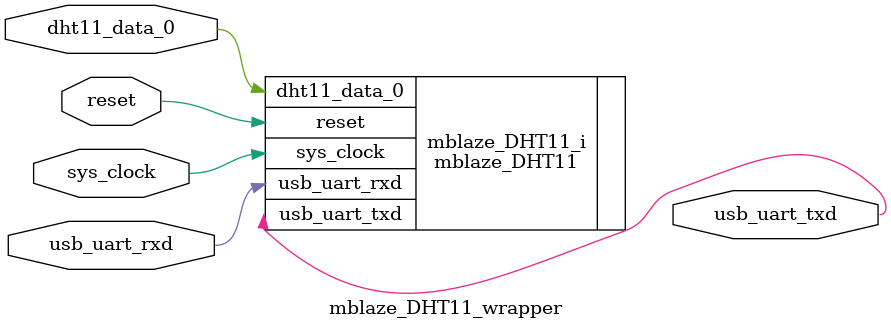
<source format=v>
`timescale 1 ps / 1 ps

module mblaze_DHT11_wrapper
   (dht11_data_0,
    reset,
    sys_clock,
    usb_uart_rxd,
    usb_uart_txd);
  inout dht11_data_0;
  input reset;
  input sys_clock;
  input usb_uart_rxd;
  output usb_uart_txd;

  wire dht11_data_0;
  wire reset;
  wire sys_clock;
  wire usb_uart_rxd;
  wire usb_uart_txd;

  mblaze_DHT11 mblaze_DHT11_i
       (.dht11_data_0(dht11_data_0),
        .reset(reset),
        .sys_clock(sys_clock),
        .usb_uart_rxd(usb_uart_rxd),
        .usb_uart_txd(usb_uart_txd));
endmodule

</source>
